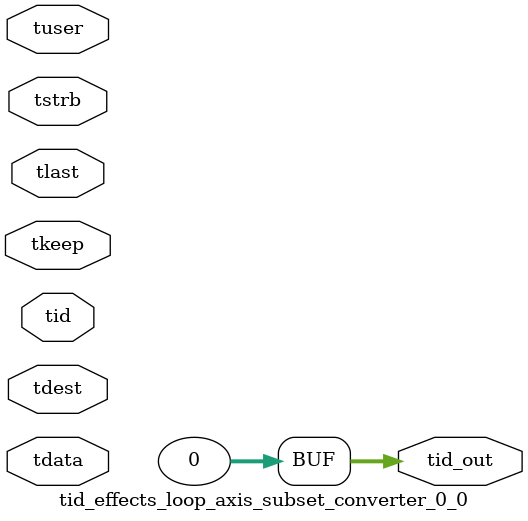
<source format=v>


`timescale 1ps/1ps

module tid_effects_loop_axis_subset_converter_0_0 #
(
parameter C_S_AXIS_TID_WIDTH   = 1,
parameter C_S_AXIS_TUSER_WIDTH = 0,
parameter C_S_AXIS_TDATA_WIDTH = 0,
parameter C_S_AXIS_TDEST_WIDTH = 0,
parameter C_M_AXIS_TID_WIDTH   = 32
)
(
input  [(C_S_AXIS_TID_WIDTH   == 0 ? 1 : C_S_AXIS_TID_WIDTH)-1:0       ] tid,
input  [(C_S_AXIS_TDATA_WIDTH == 0 ? 1 : C_S_AXIS_TDATA_WIDTH)-1:0     ] tdata,
input  [(C_S_AXIS_TUSER_WIDTH == 0 ? 1 : C_S_AXIS_TUSER_WIDTH)-1:0     ] tuser,
input  [(C_S_AXIS_TDEST_WIDTH == 0 ? 1 : C_S_AXIS_TDEST_WIDTH)-1:0     ] tdest,
input  [(C_S_AXIS_TDATA_WIDTH/8)-1:0 ] tkeep,
input  [(C_S_AXIS_TDATA_WIDTH/8)-1:0 ] tstrb,
input                                                                    tlast,
output [(C_M_AXIS_TID_WIDTH   == 0 ? 1 : C_M_AXIS_TID_WIDTH)-1:0       ] tid_out
);

assign tid_out = {1'b0};

endmodule


</source>
